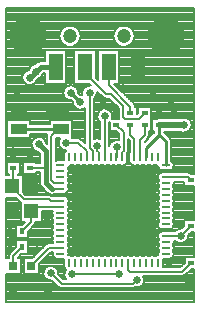
<source format=gtl>
%FSLAX44Y44*%
%MOMM*%
G71*
G01*
G75*
%ADD10C,0.2032*%
%ADD11R,1.2000X2.2500*%
%ADD12R,0.5200X0.4200*%
%ADD13R,0.4200X0.5200*%
%ADD14R,7.1500X7.1500*%
%ADD15O,0.7620X0.2286*%
%ADD16O,0.2286X0.7620*%
%ADD17R,0.6604X0.7112*%
%ADD18R,1.1430X1.2700*%
%ADD19R,1.3208X0.9652*%
%ADD20C,0.3810*%
%ADD21C,0.1524*%
%ADD22C,0.2540*%
%ADD23C,0.5080*%
%ADD24C,1.2000*%
%ADD25C,3.2000*%
%ADD26C,0.6604*%
D10*
X2573496Y2072988D02*
X2573493Y2072991D01*
X2574610Y2070296D02*
X2573494Y2072990D01*
X2574610Y2070296D02*
X2573496Y2072988D01*
X2574394Y2129931D02*
X2574028Y2132481D01*
X2572958Y2134823D01*
X2571271Y2136770D01*
X2569105Y2138162D01*
X2566634Y2138887D01*
X2564059D01*
X2561588Y2138162D01*
X2559421Y2136770D01*
X2557735Y2134823D01*
X2556665Y2132481D01*
X2556298Y2129931D01*
X2556665Y2127382D01*
X2557735Y2125040D01*
X2559421Y2123094D01*
X2561588Y2121701D01*
X2564059Y2120976D01*
X2566634D01*
X2569105Y2121701D01*
X2571271Y2123094D01*
X2572958Y2125040D01*
X2574028Y2127382D01*
X2574394Y2129931D01*
X2574028Y2132481D01*
X2572958Y2134823D01*
X2571271Y2136770D01*
X2569105Y2138162D01*
X2566634Y2138887D01*
X2564059D01*
X2561588Y2138162D01*
X2559421Y2136770D01*
X2557735Y2134823D01*
X2556665Y2132481D01*
X2556298Y2129931D01*
X2556665Y2127382D01*
X2557735Y2125040D01*
X2559421Y2123094D01*
X2561588Y2121701D01*
X2564059Y2120976D01*
X2566634D01*
X2569105Y2121701D01*
X2571271Y2123094D01*
X2572958Y2125040D01*
X2574028Y2127382D01*
X2574394Y2129931D01*
X2622870Y2054494D02*
X2622382Y2056935D01*
X2620992Y2059002D01*
X2618915Y2060375D01*
X2616469Y2060843D01*
X2614032Y2060336D01*
X2595184D02*
X2593011Y2059895D01*
X2613075Y2049160D02*
X2615605Y2048210D01*
X2618301Y2048398D01*
X2620674Y2049691D01*
X2622295Y2051853D01*
X2622870Y2054494D01*
X2605294Y2040827D02*
X2604025Y2043885D01*
X2605294Y2040827D02*
X2604030Y2043881D01*
X2585684Y2043415D02*
X2586798Y2046107D01*
X2585682Y2043413D02*
X2586798Y2046107D01*
X2585681Y2043412D02*
X2585684Y2043415D01*
X2547278Y2078215D02*
X2549972Y2077099D01*
X2547277Y2078217D02*
X2547280Y2078214D01*
X2549972Y2077099D01*
X2542606Y2081926D02*
X2542519Y2082975D01*
X2540066Y2076846D02*
X2541936Y2079086D01*
X2542606Y2081926D01*
X2537305Y2088188D02*
X2534758Y2088096D01*
X2532453Y2087010D01*
X2530760Y2085105D01*
X2529952Y2082688D01*
X2530160Y2080148D01*
X2522037Y2074290D02*
X2522409Y2071897D01*
X2523650Y2069817D01*
X2525580Y2068353D01*
X2527918Y2067719D01*
X2530323Y2068006D01*
X2532446Y2069172D01*
X2526600Y2081941D02*
X2526604Y2082180D01*
X2530160Y2080148D02*
X2528143Y2080397D01*
X2560894Y2061606D02*
X2561183Y2060149D01*
X2560894Y2061606D02*
X2561183Y2060149D01*
X2555560Y2062368D02*
X2555048Y2064866D01*
X2553595Y2066961D01*
X2551435Y2068315D01*
X2548916Y2068711D01*
X2546444Y2068083D01*
X2544419Y2066534D01*
X2543166Y2064314D01*
X2542888Y2061779D01*
X2543629Y2059339D01*
X2545270Y2057388D01*
X2555160Y2060149D02*
X2555560Y2062368D01*
X2552890Y2057193D02*
X2553214Y2057439D01*
X2545270Y2043096D02*
X2542650Y2043568D01*
X2540066Y2042924D01*
X2529551Y2042203D02*
X2526858Y2043318D01*
X2529552Y2042202D02*
X2526858Y2043318D01*
X2529554Y2042200D02*
X2529551Y2042203D01*
X2622325Y2013440D02*
X2619448Y2014634D01*
X2622321Y2013443D02*
X2619448Y2014634D01*
X2607834Y2005569D02*
X2607729Y2006506D01*
X2607834Y2020570D02*
X2607142Y2022877D01*
X2605294Y2024422D01*
X2603643Y2016379D02*
X2605739Y2016940D01*
X2607273Y2018474D01*
X2607834Y2020570D01*
Y2000570D02*
X2607007Y2003070D01*
X2607007Y1998070D02*
X2607834Y2000570D01*
Y1995570D02*
X2607007Y1998070D01*
X2607007Y2003070D02*
X2607834Y2005569D01*
X2607007Y1993070D02*
X2607834Y1995570D01*
Y1990570D02*
X2607007Y1993070D01*
X2607007Y1988070D02*
X2607834Y1990570D01*
Y1985570D02*
X2607007Y1988070D01*
X2607007Y1983070D02*
X2607834Y1985570D01*
X2607007Y1978070D02*
X2607834Y1980570D01*
X2614134Y1967083D02*
X2611989Y1966942D01*
X2610014Y1966093D01*
X2608435Y1964634D01*
X2619822Y1960768D02*
X2619803Y1961257D01*
X2608765Y1956506D02*
X2610801Y1955007D01*
X2613262Y1954421D01*
X2615756Y1954842D01*
X2617887Y1956204D01*
X2619319Y1958289D01*
X2619822Y1960768D01*
X2617435Y1927846D02*
X2617438Y1927849D01*
X2614742Y1926732D02*
X2617436Y1927847D01*
X2614742Y1926732D02*
X2617435Y1927846D01*
X2607834Y1955570D02*
X2607729Y1956506D01*
X2607007Y1953069D02*
X2607834Y1955570D01*
X2607007Y1948069D02*
X2607834Y1950569D01*
X2607007Y1953069D01*
X2586581Y2021181D02*
X2589081Y2020354D01*
X2591581Y2021181D01*
X2594124Y2020354D01*
X2570270Y2031625D02*
X2569890Y2029879D01*
X2599937Y2016379D02*
X2602016D01*
X2594124Y2020354D02*
X2594754Y2018351D01*
X2596277Y2016905D01*
X2598310Y2016379D01*
X2604667Y2014634D02*
X2603643Y2014761D01*
X2598310D02*
X2596110Y2014137D01*
X2594565Y2012452D01*
X2594134Y2010207D01*
X2594946Y2008070D01*
X2581581Y2021181D02*
X2584081Y2020354D01*
X2586581Y2021181D01*
X2594946Y2008070D02*
X2594119Y2005570D01*
X2594946Y2003070D01*
X2569890Y2024545D02*
X2570513Y2022345D01*
X2572198Y2020800D01*
X2574443Y2020370D01*
X2576581Y2021181D01*
X2579081Y2020354D01*
X2581581Y2021181D01*
X2594946Y1998070D02*
X2594119Y1995570D01*
X2594946Y1993070D01*
X2594119Y1990570D01*
X2594946Y1988070D01*
X2594946Y2003070D02*
X2594119Y2000570D01*
X2594946Y1998070D01*
X2568271Y2029879D02*
X2568216Y2030559D01*
X2569022Y2032903D01*
X2568216Y2030559D02*
X2569022Y2032903D01*
X2561402Y2041622D02*
X2558691Y2042033D01*
X2556059Y2041263D01*
X2553997Y2039455D01*
X2552890Y2036946D01*
X2556580Y2021181D02*
X2559080Y2020354D01*
X2561580Y2021181D01*
X2563718Y2020370D01*
X2565963Y2020800D01*
X2567648Y2022345D01*
X2568271Y2024545D01*
X2546580Y2021181D02*
X2549080Y2020354D01*
X2551580Y2021181D01*
X2554080Y2020354D01*
X2556580Y2021181D01*
X2536580D02*
X2539080Y2020354D01*
X2541580Y2021181D01*
X2544080Y2020354D01*
X2546580Y2021181D01*
X2526580D02*
X2529080Y2020354D01*
X2531580Y2021181D01*
X2534080Y2020354D01*
X2536580Y2021181D01*
X2543876Y1995824D02*
X2543149Y1998063D01*
X2541244Y1999447D01*
X2538889D01*
X2536984Y1998063D01*
X2536256Y1995824D01*
X2607834Y1980570D02*
X2607007Y1983070D01*
Y1973070D02*
X2607834Y1975570D01*
X2607007Y1978070D01*
X2607834Y1970570D02*
X2607007Y1973070D01*
X2603643Y1966379D02*
X2605739Y1966940D01*
X2607273Y1968474D01*
X2607834Y1970570D01*
X2604667Y1964634D02*
X2603643Y1964761D01*
X2594946Y1978070D02*
X2594119Y1975570D01*
X2594946Y1973070D01*
X2594134Y1970932D01*
X2594565Y1968687D01*
X2596110Y1967002D01*
X2598310Y1966379D01*
X2594946Y1988070D02*
X2594119Y1985570D01*
X2594946Y1983070D01*
X2594119Y1980570D01*
X2594946Y1978070D01*
X2598310Y1964761D02*
X2596110Y1964137D01*
X2594565Y1962452D01*
X2594134Y1960207D01*
X2594946Y1958070D01*
X2594119Y1955570D01*
X2594946Y1953069D01*
X2607834Y1945570D02*
X2607007Y1948069D01*
X2603643Y1941379D02*
X2605739Y1941940D01*
X2607273Y1943474D01*
X2607834Y1945570D01*
X2598194Y1941380D02*
X2598310Y1941379D01*
X2598271Y1940579D02*
X2598194Y1941380D01*
X2598175Y1934352D02*
X2598271Y1935245D01*
X2594946Y1953069D02*
X2594119Y1950570D01*
X2594946Y1948069D01*
X2594196Y1944768D01*
X2594196Y1944768D02*
X2591581Y1943942D01*
X2589081Y1944770D01*
X2586581Y1943942D01*
X2584081Y1944770D01*
X2581581Y1943942D01*
X2582738Y1923430D02*
X2581812Y1926732D01*
X2581581Y1943942D02*
X2579081Y1944770D01*
X2576581Y1943942D01*
X2563942Y1982865D02*
X2562826Y1985560D01*
X2560132Y1986676D01*
Y1979055D02*
X2562826Y1980171D01*
X2563942Y1982865D01*
X2536256D02*
X2537372Y1980171D01*
X2540066Y1979055D01*
X2536256Y1982865D02*
X2537372Y1980171D01*
X2540066Y1979055D01*
X2571580Y1943942D02*
X2569080Y1944770D01*
X2566580Y1943942D01*
X2576581Y1943942D02*
X2574081Y1944770D01*
X2571580Y1943942D01*
X2561580D02*
X2559080Y1944770D01*
X2556580Y1943942D01*
X2566580D02*
X2564080Y1944770D01*
X2561580Y1943942D01*
X2575461Y1917148D02*
X2578160Y1917332D01*
X2580537Y1918622D01*
X2582162Y1920786D01*
X2582738Y1923430D01*
X2573086Y1916317D02*
X2575461Y1917148D01*
X2573086Y1916317D02*
X2575461Y1917148D01*
X2536580Y1943942D02*
X2534080Y1944770D01*
X2531580Y1943942D01*
X2541580D02*
X2539080Y1944770D01*
X2536580Y1943942D01*
X2531580Y1943942D02*
X2529080Y1944770D01*
X2526580Y1943942D01*
X2551580Y1943942D02*
X2549080Y1944770D01*
X2546580Y1943942D01*
X2556580D02*
X2554080Y1944770D01*
X2551580Y1943942D01*
X2546580Y1943942D02*
X2544080Y1944770D01*
X2541580Y1943942D01*
X2528794Y2129931D02*
X2528428Y2132481D01*
X2527358Y2134823D01*
X2525671Y2136770D01*
X2523505Y2138162D01*
X2521034Y2138887D01*
X2518459D01*
X2515988Y2138162D01*
X2513821Y2136770D01*
X2512135Y2134823D01*
X2511065Y2132481D01*
X2510698Y2129931D01*
X2511065Y2127382D01*
X2512135Y2125040D01*
X2513821Y2123094D01*
X2515988Y2121701D01*
X2518459Y2120976D01*
X2521034D01*
X2523505Y2121701D01*
X2525671Y2123094D01*
X2527358Y2125040D01*
X2528428Y2127382D01*
X2528794Y2129931D01*
X2528428Y2132481D01*
X2527358Y2134823D01*
X2525671Y2136770D01*
X2523505Y2138162D01*
X2521034Y2138887D01*
X2518459D01*
X2515988Y2138162D01*
X2513821Y2136770D01*
X2512135Y2134823D01*
X2511065Y2132481D01*
X2510698Y2129931D01*
X2511065Y2127382D01*
X2512135Y2125040D01*
X2513821Y2123094D01*
X2515988Y2121701D01*
X2518459Y2120976D01*
X2521034D01*
X2523505Y2121701D01*
X2525671Y2123094D01*
X2527358Y2125040D01*
X2528428Y2127382D01*
X2528794Y2129931D01*
X2526604Y2082180D02*
X2526113Y2084628D01*
X2524716Y2086698D01*
X2522629Y2088069D01*
X2520175Y2088529D01*
X2517733Y2088007D01*
X2515680Y2086584D01*
X2514336Y2084480D01*
X2513906Y2082020D01*
X2514458Y2079585D01*
X2515907Y2077551D01*
X2518028Y2076233D01*
X2520493Y2075834D01*
X2521580Y2021181D02*
X2524080Y2020354D01*
X2526580Y2021181D01*
X2521524Y2043318D02*
X2521323Y2043571D01*
X2516470Y2033158D02*
X2514889Y2029879D01*
X2518530Y2020390D02*
X2521580Y2021181D01*
X2518534Y2015569D02*
X2517707Y2018070D01*
X2517707Y2013070D02*
X2518534Y2015569D01*
X2517707Y2018070D02*
X2518530Y2020390D01*
X2518534Y2010570D02*
X2517707Y2013070D01*
Y2003070D02*
X2518534Y2005569D01*
X2517707Y2008070D02*
X2518534Y2010570D01*
Y2005569D02*
X2517707Y2008070D01*
X2518534Y2000570D02*
X2517707Y2003070D01*
X2511565Y2043571D02*
X2510409Y2041483D01*
X2510106Y2039114D01*
X2510699Y2036802D01*
X2512105Y2034872D01*
X2514123Y2033597D01*
X2516470Y2033158D01*
X2514889Y2024725D02*
X2514343Y2024761D01*
Y1996379D02*
X2516439Y1996940D01*
X2517973Y1998474D01*
X2518534Y2000570D01*
X2507985Y1996506D02*
X2509009Y1996379D01*
Y2024761D02*
X2507808Y2024585D01*
X2494816Y2108684D02*
X2492921Y2108307D01*
X2491314Y2107234D01*
X2494816Y2108684D02*
X2492921Y2108307D01*
X2491314Y2107234D01*
X2490352Y2106272D02*
X2487743Y2105384D01*
X2485756Y2103475D01*
X2484765Y2100905D01*
X2491989Y2093680D02*
X2494422Y2094582D01*
X2496290Y2096382D01*
X2497283Y2098778D01*
X2500629Y2047128D02*
X2500188Y2045349D01*
X2500629Y2047128D02*
X2500188Y2045349D01*
X2484765Y2100905D02*
X2482388Y2100037D01*
X2480538Y2098309D01*
X2479510Y2095997D01*
X2479467Y2093466D01*
X2480415Y2091120D01*
X2482205Y2089331D01*
X2484551Y2088382D01*
X2487082Y2088425D01*
X2489394Y2089453D01*
X2491122Y2091303D01*
X2491989Y2093680D01*
X2499642Y2039184D02*
X2498848Y2041635D01*
X2497145Y2043568D01*
X2494814Y2044666D01*
X2492240Y2044747D01*
X2489844Y2043799D01*
X2488023Y2041978D01*
X2487075Y2039582D01*
X2487156Y2037007D01*
X2488254Y2034677D01*
X2490187Y2032974D01*
X2492638Y2032179D01*
X2494219Y2005471D02*
X2494596Y2003576D01*
X2495670Y2001969D01*
X2494219Y2005471D02*
X2494596Y2003576D01*
X2495670Y2001969D01*
X2517707Y1983070D02*
X2518534Y1985570D01*
Y1980570D02*
X2517707Y1983070D01*
X2517707Y1978070D02*
X2518534Y1980570D01*
Y1975570D02*
X2517707Y1978070D01*
X2517707Y1973070D02*
X2518534Y1975570D01*
Y1970570D02*
X2517707Y1973070D01*
Y1963070D02*
X2518534Y1965570D01*
Y1960570D02*
X2517707Y1963070D01*
X2518534Y1955570D02*
X2517707Y1958070D01*
X2518534Y1990570D02*
X2517973Y1992665D01*
X2516439Y1994199D01*
X2514343Y1994761D01*
X2509009D02*
X2507263Y1994380D01*
X2517707Y1988070D02*
X2518534Y1990570D01*
Y1985570D02*
X2517707Y1988070D01*
X2504991Y1981760D02*
X2504883Y1979837D01*
X2505645Y1978070D01*
X2500572Y1997068D02*
X2502512Y1995869D01*
X2504784Y1995668D01*
X2506905Y1996506D01*
X2517707Y1968070D02*
X2518534Y1970570D01*
Y1965570D02*
X2517707Y1968070D01*
X2505645Y1978070D02*
X2504818Y1975570D01*
X2505645Y1973070D01*
X2504818Y1970570D01*
X2505645Y1968070D01*
X2505645Y1963070D02*
X2504818Y1960570D01*
X2505645Y1958070D01*
X2517707D02*
X2518534Y1960570D01*
X2505645Y1968070D02*
X2504818Y1965570D01*
X2505645Y1963070D01*
X2505645Y1958070D02*
X2504883Y1956302D01*
X2504991Y1954379D01*
X2517707Y1948069D02*
X2518534Y1950569D01*
Y1945570D02*
X2517707Y1948069D01*
X2517707Y1953069D02*
X2518534Y1955570D01*
Y1950569D02*
X2517707Y1953069D01*
X2518447Y1944722D02*
X2518534Y1945570D01*
X2526580Y1943942D02*
X2524080Y1944770D01*
X2521580Y1943942D01*
X2518447Y1944722D01*
X2514889Y1935245D02*
X2516254Y1932150D01*
X2515219Y1930182D01*
X2514926Y1927977D01*
X2515411Y1925807D01*
X2516614Y1923938D01*
X2514343Y1941379D02*
X2514976Y1941427D01*
X2514889Y1940579D01*
X2509940Y1917433D02*
X2512634Y1916317D01*
X2509942Y1917432D02*
X2512634Y1916317D01*
X2504991Y1946759D02*
X2505047Y1944205D01*
X2506576Y1942158D01*
X2509009Y1941379D01*
X2509776Y1928374D02*
X2509840Y1929272D01*
X2509328Y1931771D01*
X2507873Y1933867D01*
X2505711Y1935221D01*
X2503190Y1935614D01*
X2500718Y1934984D01*
X2498693Y1933432D01*
X2497443Y1931208D01*
X2497169Y1928672D01*
X2497915Y1926232D01*
X2499561Y1924283D01*
X2501842Y1923139D01*
X2504388Y1922985D01*
X2509939Y1917435D02*
X2509942Y1917432D01*
X2504662Y1994702D02*
X2504659Y1994705D01*
X2501966Y1995820D01*
X2504660Y1994704D02*
X2501966Y1995820D01*
X2477684Y1989314D02*
X2478192Y1988888D01*
X2477681Y1989317D02*
X2477684Y1989314D01*
X2477682Y1989315D02*
X2478192Y1988888D01*
X2489650Y1969988D02*
X2490748Y1972325D01*
X2489649Y1969986D02*
X2490748Y1972325D01*
X2489647Y1969984D02*
X2489650Y1969988D01*
X2501674Y1954379D02*
X2498982Y1953265D01*
X2501674Y1954379D02*
X2498980Y1953264D01*
X2498982Y1953265D02*
X2498978Y1953262D01*
X2468794Y1946699D02*
X2468791Y1946696D01*
X2468792Y1946698D02*
X2467676Y1944003D01*
X2468791Y1946696D02*
X2467676Y1944003D01*
X2573553Y2133741D02*
X2624775D01*
X2574192Y2131837D02*
X2624775D01*
X2570225Y2137552D02*
X2624775D01*
X2572361Y2135647D02*
X2624775D01*
X2574394Y2129931D02*
X2624775D01*
X2574192Y2128026D02*
X2624775D01*
X2573553Y2126122D02*
X2624775D01*
X2572361Y2124216D02*
X2624775D01*
X2573493Y2072991D02*
X2573494Y2072990D01*
X2570225Y2122312D02*
X2624775D01*
X2571797Y2074686D02*
X2624775D01*
X2573494Y2072990D02*
X2573496Y2072988D01*
X2573688Y2072782D02*
X2624775D01*
X2577344Y2070055D02*
X2588640D01*
Y2059760D02*
Y2070055D01*
X2574566Y2070876D02*
X2624775D01*
X2576448Y2068972D02*
X2577344D01*
X2588640Y2067066D02*
X2624775D01*
X2588640Y2065161D02*
X2624775D01*
X2588640Y2068972D02*
X2624775D01*
X2574610Y2070055D02*
Y2070296D01*
X2577344Y2064648D02*
Y2070055D01*
X2576448Y2067066D02*
X2577344D01*
X2576448Y2063752D02*
Y2070055D01*
X2574610D02*
X2576448D01*
X2561594Y2112787D02*
X2624775D01*
X2561594Y2110882D02*
X2624775D01*
X2561594Y2116597D02*
X2624775D01*
X2561594Y2114691D02*
X2624775D01*
X2561594Y2107072D02*
X2624775D01*
X2561594Y2099451D02*
X2624775D01*
X2561594Y2108976D02*
X2624775D01*
X2561594Y2105166D02*
X2624775D01*
X2543498Y2118029D02*
X2561594D01*
Y2101357D02*
X2624775D01*
X2561594Y2097547D02*
X2624775D01*
X2561594Y2103262D02*
X2624775D01*
X2561594Y2091832D02*
X2624775D01*
X2561594Y2089926D02*
X2624775D01*
X2561594Y2095641D02*
X2624775D01*
X2561594Y2093737D02*
X2624775D01*
X2560367Y2086116D02*
X2624775D01*
X2566082Y2080401D02*
X2624775D01*
X2558463Y2088022D02*
X2624775D01*
X2561594Y2089433D02*
Y2118029D01*
X2562273Y2084211D02*
X2624775D01*
X2557051Y2089433D02*
X2561594D01*
X2557051D02*
X2573493Y2072991D01*
X2567987Y2078497D02*
X2624775D01*
X2569893Y2076591D02*
X2624775D01*
X2564178Y2082307D02*
X2624775D01*
X2620494Y2059447D02*
X2624775D01*
X2622091Y2057542D02*
X2624775D01*
X2588640Y2063257D02*
X2624775D01*
X2588640Y2061351D02*
X2624775D01*
X2622766Y2055636D02*
X2624775D01*
X2622283Y2051826D02*
X2624775D01*
X2620927Y2049922D02*
X2624775D01*
X2607376Y2060336D02*
X2614032D01*
X2595184D02*
X2607376D01*
X2589536Y2059895D02*
X2593011D01*
X2622824Y2053732D02*
X2624775D01*
X2589536Y2049600D02*
Y2059895D01*
X2607376Y2049160D02*
X2613075D01*
X2599502D02*
X2607376D01*
X2599894Y2048017D02*
X2624775D01*
X2603704Y2044207D02*
X2624775D01*
X2605035Y2042301D02*
X2624775D01*
X2601799Y2046111D02*
X2624775D01*
X2599502Y2048408D02*
Y2049160D01*
Y2048408D02*
X2604025Y2043885D01*
X2589536Y2049600D02*
X2590866D01*
Y2048408D02*
Y2049600D01*
X2604025Y2043885D02*
X2604030Y2043881D01*
X2588636Y2055636D02*
X2589536D01*
X2588636Y2053732D02*
X2589536D01*
X2588636Y2059447D02*
X2589536D01*
X2588636Y2057542D02*
X2589536D01*
X2588636Y2051826D02*
X2589536D01*
X2588636Y2049922D02*
X2589536D01*
X2586798Y2048017D02*
X2590475D01*
X2588636Y2059760D02*
Y2060051D01*
Y2059760D02*
X2588640D01*
X2576448Y2065161D02*
X2577344D01*
X2576448Y2063752D02*
X2577344Y2064648D01*
X2586798Y2049756D02*
X2588636D01*
Y2059760D01*
X2586798Y2046111D02*
X2588570D01*
X2586798Y2046107D02*
Y2049756D01*
X2582891Y2040432D02*
X2590866Y2048408D01*
X2586290Y2044207D02*
X2586665D01*
X2585682Y2043413D02*
X2585684Y2043415D01*
X2585681Y2043412D02*
X2585682Y2043413D01*
X2584570Y2042301D02*
X2584760D01*
X2569022Y2042501D02*
X2570270Y2041253D01*
X2582891Y2040622D02*
X2585681Y2043412D01*
X2569022Y2042301D02*
X2569222D01*
X2582891Y2040432D02*
Y2040622D01*
X2569022Y2040397D02*
X2570270D01*
X2541594Y2112787D02*
X2543498D01*
X2541594Y2110882D02*
X2543498D01*
X2541594Y2116597D02*
X2543498D01*
X2541594Y2114691D02*
X2543498D01*
X2541594Y2107072D02*
X2543498D01*
X2541594Y2105166D02*
X2543498D01*
X2541594Y2108976D02*
X2543498D01*
X2541594Y2101357D02*
X2543498D01*
X2541594Y2099451D02*
X2543498D01*
X2541594Y2103262D02*
X2543498D01*
X2541594Y2094676D02*
Y2118029D01*
Y2095641D02*
X2543498D01*
X2542533Y2093737D02*
X2543498D01*
X2541594Y2097547D02*
X2543498D01*
X2547278Y2078215D02*
X2547280Y2078214D01*
X2547277Y2078217D02*
X2547278Y2078215D01*
X2549972Y2077099D02*
X2552966D01*
X2560894Y2069171D01*
X2543498Y2092772D02*
Y2118029D01*
X2542519Y2082975D02*
X2547277Y2078217D01*
X2541594Y2094676D02*
X2543498Y2092772D01*
X2542595Y2082307D02*
X2543187D01*
X2542421Y2080401D02*
X2545092D01*
X2541601Y2078497D02*
X2546997D01*
X2527953Y2133741D02*
X2557140D01*
X2528591Y2128026D02*
X2556501D01*
X2524625Y2137552D02*
X2560468D01*
X2526761Y2135647D02*
X2558332D01*
X2527953Y2126122D02*
X2557140D01*
X2526761Y2124216D02*
X2558332D01*
X2524625Y2122312D02*
X2560468D01*
X2528591Y2131837D02*
X2556501D01*
X2528794Y2129931D02*
X2556298D01*
X2523498Y2118029D02*
X2541594D01*
X2523498Y2089433D02*
Y2118029D01*
Y2089433D02*
X2536060D01*
X2537305Y2088188D01*
X2522743Y2088022D02*
X2534478D01*
X2540066Y2042924D02*
Y2076846D01*
X2525237Y2086116D02*
X2531486D01*
X2540066Y2076591D02*
X2553474D01*
X2540066Y2074686D02*
X2555379D01*
X2526603Y2082307D02*
X2529918D01*
X2526600Y2081941D02*
X2528143Y2080397D01*
X2526270Y2084211D02*
X2530332D01*
X2528382Y2080401D02*
X2530092D01*
X2528139D02*
X2528382D01*
X2555498Y2063257D02*
X2560894D01*
X2553481Y2067066D02*
X2560894D01*
X2554913Y2065161D02*
X2560894D01*
X2555478Y2061351D02*
X2560903D01*
X2555160Y2060149D02*
X2561183D01*
X2560894Y2061606D02*
Y2069171D01*
X2540066Y2067066D02*
X2544939D01*
X2540066Y2065161D02*
X2543508D01*
X2540066Y2063257D02*
X2542923D01*
X2540066Y2057542D02*
X2545083D01*
X2558622Y2049854D02*
X2561402Y2047073D01*
Y2041622D02*
Y2047073D01*
X2553214Y2049854D02*
X2558622D01*
X2552890Y2048017D02*
X2560459D01*
X2552890Y2044207D02*
X2561402D01*
X2552890Y2042301D02*
X2561402D01*
X2552890Y2046111D02*
X2561402D01*
X2553214Y2049854D02*
Y2057439D01*
X2552890Y2055636D02*
X2553214D01*
X2545270Y2043096D02*
Y2057388D01*
X2552890Y2051826D02*
X2553214D01*
X2552890Y2049922D02*
X2553214D01*
X2552890Y2053732D02*
X2553214D01*
X2540066Y2068972D02*
X2560894D01*
X2540066Y2055636D02*
X2545270D01*
X2540066Y2072782D02*
X2557284D01*
X2540066Y2070876D02*
X2559189D01*
X2540066Y2051826D02*
X2545270D01*
X2540066Y2049922D02*
X2545270D01*
X2540066Y2053732D02*
X2545270D01*
X2540066Y2061351D02*
X2542942D01*
X2540066Y2059447D02*
X2543572D01*
X2532192Y2068972D02*
X2532446D01*
X2521778Y2057542D02*
X2532446D01*
X2521778Y2051826D02*
X2532446D01*
X2521778Y2049922D02*
X2532446D01*
X2521778Y2055636D02*
X2532446D01*
X2540066Y2048017D02*
X2545270D01*
X2540066Y2046111D02*
X2545270D01*
X2521778Y2048017D02*
X2532446D01*
X2521778Y2046111D02*
X2532446D01*
X2540066Y2044207D02*
X2545270D01*
X2521778D02*
X2532446D01*
X2529449Y2042301D02*
X2532446D01*
X2521778Y2043571D02*
Y2059319D01*
X2529551Y2042203D02*
X2529552Y2042202D01*
X2529554Y2042200D01*
X2624775Y2013315D02*
Y2153427D01*
X2607762Y2021346D02*
X2624775D01*
X2607680Y2019442D02*
X2624775D01*
X2622325Y2013440D02*
X2622450Y2013315D01*
X2624775D01*
X2622007Y2013727D02*
X2624775D01*
X2622321Y2013443D02*
X2622325Y2013440D01*
X2616456Y2003020D02*
Y2006506D01*
X2607729D02*
X2616456D01*
X2607800Y2006107D02*
X2616456D01*
X2607605Y2004202D02*
X2616456D01*
Y2003020D02*
X2624775D01*
X2607831Y2000392D02*
X2624775D01*
X2607462Y2002296D02*
X2624775D01*
X2607711Y1996582D02*
X2624775D01*
X2607738Y1994677D02*
X2624775D01*
X2607824Y1990867D02*
X2624775D01*
X2607514Y1988961D02*
X2624775D01*
X2607814Y1985152D02*
X2624775D01*
Y1974453D02*
Y2003020D01*
X2607562Y1987056D02*
X2624775D01*
X2607763Y1981342D02*
X2624775D01*
X2607834Y1975627D02*
X2624775D01*
X2616456Y1969405D02*
Y1974453D01*
X2607678Y1979436D02*
X2624775D01*
X2605294Y2036586D02*
X2624775D01*
X2605294Y2034682D02*
X2624775D01*
X2605294Y2040397D02*
X2624775D01*
X2605294Y2038492D02*
X2624775D01*
X2605294Y2030871D02*
X2624775D01*
X2605294Y2028967D02*
X2624775D01*
X2605294Y2032776D02*
X2624775D01*
X2606864Y2023251D02*
X2624775D01*
X2605294Y2027061D02*
X2624775D01*
X2605294Y2025157D02*
X2624775D01*
X2606536Y2017536D02*
X2624775D01*
X2604667Y2014634D02*
X2619448D01*
X2607280Y1998486D02*
X2624775D01*
X2607209Y1992771D02*
X2624775D01*
X2607347Y1977531D02*
X2624775D01*
X2607132Y1983246D02*
X2624775D01*
X2622704Y1964158D02*
X2624775D01*
X2620838Y1962292D02*
X2624775D01*
X2619811Y1960387D02*
X2624775D01*
X2619396Y1958481D02*
X2624775D01*
X2618243Y1956577D02*
X2624775D01*
X2616714Y1943309D02*
X2624775D01*
X2607824Y1950862D02*
X2624775D01*
X2616456Y1974453D02*
X2624775D01*
X2619803Y1961257D02*
X2622704Y1964158D01*
X2614134Y1967083D02*
X2616456Y1969405D01*
X2615250Y1954671D02*
X2624775D01*
Y1943309D02*
Y1964158D01*
Y1904507D02*
Y1933014D01*
X2622603D02*
X2624775D01*
X2617438Y1927849D02*
X2622603Y1933014D01*
X2621400Y1931812D02*
X2624775D01*
X2619496Y1929906D02*
X2624775D01*
X2617590Y1928002D02*
X2624775D01*
X2617436Y1927847D02*
X2617438Y1927849D01*
X2616714Y1937902D02*
Y1943309D01*
X2613164Y1934352D02*
X2616714Y1937902D01*
X2617435Y1927846D02*
X2617436Y1927847D01*
X2607645Y1971817D02*
X2616456D01*
X2607782Y1969911D02*
X2616456D01*
X2607405Y1973721D02*
X2616456D01*
X2606959Y1968006D02*
X2615058D01*
X2607512Y1948956D02*
X2624775D01*
X2607564Y1947052D02*
X2624775D01*
X2607213Y1952767D02*
X2624775D01*
X2607729Y1956506D02*
X2608765D01*
X2604667Y1964634D02*
X2608435D01*
X2607737Y1954671D02*
X2611694D01*
X2607813Y1945146D02*
X2624775D01*
X2582692Y1924191D02*
X2624775D01*
X2582151Y1926096D02*
X2624775D01*
X2582635Y1922287D02*
X2624775D01*
X2581959Y1920381D02*
X2624775D01*
X2580362Y1918477D02*
X2624775D01*
X2574454Y1916572D02*
X2624775D01*
X2607128Y1943241D02*
X2616714D01*
X2598271Y1939431D02*
X2616714D01*
X2598202Y1941337D02*
X2616714D01*
X2598271Y1937527D02*
X2616339D01*
X2598271Y1935621D02*
X2614434D01*
X2598175Y1934352D02*
X2613164D01*
X2581812Y1926732D02*
X2614742D01*
X2570270Y2031625D02*
Y2041253D01*
X2605294Y2024422D02*
Y2040827D01*
X2569022Y2038492D02*
X2570270D01*
X2569020Y2032776D02*
X2570270D01*
X2569022Y2036586D02*
X2570270D01*
X2569022Y2032903D02*
Y2042501D01*
Y2034682D02*
X2570270D01*
X2568435Y2030871D02*
X2570009D01*
X2568271Y2028967D02*
X2569890D01*
Y2024545D02*
Y2029879D01*
X2568271Y2025157D02*
X2569890D01*
X2602016Y2016379D02*
X2603643D01*
X2598310D02*
X2599937D01*
X2598310Y2014761D02*
X2603643D01*
X2568271Y2024545D02*
Y2029879D01*
Y2027061D02*
X2569890D01*
X2568067Y2023251D02*
X2570094D01*
X2566789Y2021346D02*
X2571372D01*
X2552890Y2036946D02*
Y2057193D01*
X2529554Y2042200D02*
X2532446Y2039308D01*
Y2069172D01*
X2552890Y2040397D02*
X2554845D01*
X2552890Y2038492D02*
X2553414D01*
X2531357Y2040397D02*
X2532446D01*
X2543800Y1996582D02*
X2594243D01*
X2543876Y1994677D02*
X2594215D01*
X2542791Y1998486D02*
X2594673D01*
X2543876Y1986676D02*
Y1995824D01*
X2536256Y1982865D02*
Y1995824D01*
X2598310Y1966379D02*
X2603643D01*
X2598310Y1964761D02*
X2603643D01*
X2598310Y1941379D02*
X2603643D01*
X2598271Y1935245D02*
Y1940579D01*
X2543876Y1987056D02*
X2594391D01*
X2563180Y1985152D02*
X2594139D01*
X2543876Y1992771D02*
X2594743D01*
X2543876Y1988961D02*
X2594439D01*
X2563923Y1983246D02*
X2594821D01*
X2563624Y1981342D02*
X2594190D01*
X2561793Y1979436D02*
X2594275D01*
X2543876Y1990867D02*
X2594129D01*
X2543876Y1986676D02*
X2560132D01*
X2540066Y1979055D02*
X2560132D01*
X2516594Y2116597D02*
X2523498D01*
X2516594Y2114691D02*
X2523498D01*
X2516594Y2110882D02*
X2523498D01*
X2516594Y2108976D02*
X2523498D01*
X2516594Y2112787D02*
X2523498D01*
X2465517Y2133741D02*
X2511539D01*
X2465517Y2131837D02*
X2510901D01*
X2465517Y2137552D02*
X2514868D01*
X2465517Y2135647D02*
X2512732D01*
X2465517Y2126122D02*
X2511539D01*
X2498498Y2118029D02*
X2516594D01*
X2465517Y2129931D02*
X2510698D01*
X2516594Y2103262D02*
X2523498D01*
X2516594Y2101357D02*
X2523498D01*
X2516594Y2107072D02*
X2523498D01*
X2516594Y2105166D02*
X2523498D01*
X2516594Y2099451D02*
X2523498D01*
X2516594Y2097547D02*
X2523498D01*
X2516594Y2093737D02*
X2523498D01*
X2516594Y2091832D02*
X2523498D01*
X2516594Y2095641D02*
X2523498D01*
X2516594Y2089433D02*
Y2118029D01*
Y2089926D02*
X2523498D01*
X2520493Y2075834D02*
X2522037Y2074290D01*
X2498498Y2089433D02*
X2516594D01*
X2465517Y2150887D02*
X2624775D01*
X2465517Y2148981D02*
X2624775D01*
X2465517Y2153427D02*
X2624775D01*
X2465517Y2152791D02*
X2624775D01*
X2465517Y2145172D02*
X2624775D01*
X2465517Y2143266D02*
X2624775D01*
X2465517Y2147077D02*
X2624775D01*
X2465517Y2128026D02*
X2510901D01*
X2465517Y2124216D02*
X2512732D01*
X2465517Y2141362D02*
X2624775D01*
X2465517Y2139456D02*
X2624775D01*
X2465517Y2120406D02*
X2624775D01*
X2465517Y2118501D02*
X2624775D01*
X2465517Y2122312D02*
X2514868D01*
X2465517Y2070876D02*
X2522883D01*
X2465517Y2068972D02*
X2524572D01*
X2465517Y2074686D02*
X2521641D01*
X2465517Y2072782D02*
X2522160D01*
X2465517Y2065161D02*
X2532446D01*
X2465517Y2063257D02*
X2532446D01*
X2465517Y2067066D02*
X2532446D01*
X2465517Y2084211D02*
X2514238D01*
X2465517Y2082307D02*
X2513905D01*
X2465517Y2088022D02*
X2517766D01*
X2465517Y2086116D02*
X2515272D01*
X2465517Y2078497D02*
X2515081D01*
X2465517Y2076591D02*
X2517238D01*
X2465517Y2080401D02*
X2514158D01*
X2521778Y2053732D02*
X2532446D01*
X2521524Y2043318D02*
X2526858D01*
X2518379Y2019442D02*
X2594273D01*
X2518534Y2015632D02*
X2624775D01*
X2518107Y2013727D02*
X2595553D01*
X2518044Y2017536D02*
X2595417D01*
X2521323Y2043571D02*
X2521778D01*
X2518483Y2009917D02*
X2594170D01*
X2518500Y2006107D02*
X2594153D01*
X2518343Y2011821D02*
X2594310D01*
X2517749Y2008011D02*
X2594903D01*
X2518305Y2004202D02*
X2594348D01*
X2518530Y2000392D02*
X2594122D01*
X2518162Y2002296D02*
X2594491D01*
X2517980Y1998486D02*
X2537341D01*
X2515631Y1996582D02*
X2536332D01*
X2502474Y2059319D02*
X2521778D01*
X2465517Y2061351D02*
X2532446D01*
X2465517Y2059447D02*
X2532446D01*
X2507808Y2034682D02*
X2512317D01*
X2507808Y2032776D02*
X2516052D01*
X2507808Y2043571D02*
X2511565D01*
X2502474Y2055764D02*
Y2059319D01*
X2507808Y2042301D02*
X2510742D01*
X2485837Y2057542D02*
X2502474D01*
X2485837Y2055764D02*
X2502474D01*
X2507808Y2038492D02*
X2510176D01*
X2507808Y2036586D02*
X2510806D01*
X2507808Y2040397D02*
X2510157D01*
X2507808Y2030871D02*
X2515009D01*
X2514889Y2024725D02*
Y2029879D01*
X2507808Y2028967D02*
X2514889D01*
X2507808Y2027061D02*
X2514889D01*
X2507808Y2025157D02*
X2514889D01*
X2509009Y2024761D02*
X2514343D01*
X2507808Y2024585D02*
Y2043571D01*
X2506905Y1996506D02*
X2507985D01*
X2509009Y1996379D02*
X2514343D01*
X2481954Y1995820D02*
X2501966D01*
X2498498Y2108684D02*
Y2118029D01*
Y2089433D02*
Y2098778D01*
X2494816Y2108684D02*
X2498498D01*
X2497283Y2098778D02*
X2498498D01*
X2496918Y2097547D02*
X2498498D01*
X2495700Y2095641D02*
X2498498D01*
X2489981Y2089926D02*
X2498498D01*
X2490352Y2106272D02*
X2491314Y2107234D01*
X2492308Y2093737D02*
X2498498D01*
X2491413Y2091832D02*
X2498498D01*
X2485837Y2047128D02*
X2500629D01*
X2485837Y2046111D02*
X2500265D01*
X2499388Y2040397D02*
X2500188D01*
Y2038638D02*
Y2045349D01*
X2498410Y2042301D02*
X2500188D01*
X2485837Y2055764D02*
Y2059319D01*
Y2043571D02*
Y2047128D01*
X2466533Y2059319D02*
X2485837D01*
X2496098Y2044207D02*
X2500188D01*
X2485837D02*
X2490562D01*
X2465517Y2112787D02*
X2498498D01*
X2465517Y2110882D02*
X2498498D01*
X2465517Y2116597D02*
X2498498D01*
X2465517Y2114691D02*
X2498498D01*
X2465517Y2107072D02*
X2491152D01*
X2465517Y2105166D02*
X2487410D01*
X2465517Y2108976D02*
X2498498D01*
X2465517Y2099451D02*
X2481583D01*
X2465517Y2097547D02*
X2480072D01*
X2465517Y2103262D02*
X2485620D01*
X2465517Y2101357D02*
X2484850D01*
X2465517Y2093737D02*
X2479423D01*
X2465517Y2091832D02*
X2480008D01*
X2465517Y2095641D02*
X2479442D01*
X2465517Y2053732D02*
X2466533D01*
X2465517Y2051826D02*
X2466533D01*
X2465517Y2089926D02*
X2481439D01*
X2465517Y2057542D02*
X2466533D01*
Y2043571D02*
X2485837D01*
X2465517Y2042301D02*
X2488250D01*
X2465517Y2040397D02*
X2487273D01*
X2466533Y2043571D02*
Y2059319D01*
X2465517Y2012076D02*
Y2153427D01*
Y2055636D02*
X2466533D01*
X2465517Y2049922D02*
X2466533D01*
X2465517Y2046111D02*
X2466533D01*
X2465517Y2044207D02*
X2466533D01*
X2465517Y2048017D02*
X2466533D01*
X2499642Y2039184D02*
X2500188Y2038638D01*
X2494219Y2022646D02*
Y2030598D01*
X2492638Y2032179D02*
X2494219Y2030598D01*
X2491354Y2023251D02*
X2494219D01*
X2491354Y2014518D02*
X2494219D01*
X2491354Y2013727D02*
X2494219D01*
X2491354Y2022646D02*
X2494219D01*
X2480058Y2023475D02*
X2491354D01*
Y2022646D02*
Y2023475D01*
X2477388Y2021346D02*
X2480058D01*
Y2013179D02*
Y2023475D01*
Y2013179D02*
X2491354D01*
Y2014518D01*
X2479741Y2011821D02*
X2494219D01*
X2495670Y2001969D02*
X2500572Y1997068D01*
X2479741Y2002296D02*
X2495371D01*
X2479741Y1998486D02*
X2499153D01*
X2481192Y1996582D02*
X2501137D01*
X2479741Y2000392D02*
X2497248D01*
X2494219Y2005471D02*
Y2014518D01*
X2479741Y1998033D02*
Y2012076D01*
Y2009917D02*
X2494219D01*
X2479741Y2008011D02*
X2494219D01*
X2479741Y2004202D02*
X2494385D01*
X2479741Y1998033D02*
X2481954Y1995820D01*
X2479741Y2006107D02*
X2494219D01*
X2465517Y2032776D02*
X2490562D01*
X2465517Y2030871D02*
X2493946D01*
X2465517Y2036586D02*
X2487273D01*
X2465517Y2034682D02*
X2488250D01*
X2465517Y2027061D02*
X2494219D01*
X2465517Y2025157D02*
X2494219D01*
X2465517Y2028967D02*
X2494219D01*
X2466092Y2023573D02*
X2477388D01*
Y2023251D02*
X2480058D01*
X2465517Y2038492D02*
X2486980D01*
X2465517Y2023251D02*
X2466092D01*
X2465517Y2021346D02*
X2466092D01*
X2477388Y2019442D02*
X2480058D01*
X2465517D02*
X2466092D01*
X2477388Y2015632D02*
X2480058D01*
X2477388Y2013727D02*
X2480058D01*
X2477388Y2017536D02*
X2480058D01*
X2477388Y2013278D02*
Y2023573D01*
X2475550Y2013278D02*
X2477388D01*
X2475550Y2012076D02*
X2479741D01*
X2475550D02*
Y2013278D01*
X2465517Y2017536D02*
X2466092D01*
Y2013278D02*
Y2023573D01*
X2465517Y2015632D02*
X2466092D01*
X2465517Y2013727D02*
X2466092D01*
Y2013278D02*
X2467930D01*
Y2012076D02*
Y2013278D01*
X2465517Y2012076D02*
X2467930D01*
X2518513Y1985152D02*
X2536256D01*
X2518463Y1981342D02*
X2536574D01*
X2518262Y1987056D02*
X2536256D01*
X2517831Y1983246D02*
X2536256D01*
X2518378Y1979436D02*
X2538405D01*
X2518534Y1975627D02*
X2594119D01*
X2518047Y1977531D02*
X2594606D01*
X2518524Y1990867D02*
X2536256D01*
X2518213Y1988961D02*
X2536256D01*
X2517909Y1992771D02*
X2536256D01*
X2518344Y1971817D02*
X2594308D01*
X2518500Y1966102D02*
X2610027D01*
X2518105Y1973721D02*
X2594548D01*
X2517753Y1968006D02*
X2594994D01*
X2518303Y1964196D02*
X2596209D01*
X2518164Y1962292D02*
X2594489D01*
X2517977Y1958481D02*
X2594676D01*
X2518482Y1969911D02*
X2594171D01*
X2518530Y1960387D02*
X2594123D01*
X2515180Y1994677D02*
X2536256D01*
X2509009Y1994761D02*
X2514343D01*
X2504687Y1994677D02*
X2508173D01*
X2504984Y1994380D02*
X2507263D01*
X2504662Y1994702D02*
X2504984Y1994380D01*
X2495718Y1979436D02*
X2504974D01*
X2495718Y1977531D02*
X2505306D01*
X2495718Y1981760D02*
X2504991D01*
X2495718Y1973721D02*
X2505248D01*
X2490666Y1971817D02*
X2505008D01*
X2487669Y1968006D02*
X2505599D01*
X2484000Y1964196D02*
X2505049D01*
X2484000Y1962292D02*
X2505188D01*
X2465517Y1958481D02*
X2505376D01*
X2518437Y1954671D02*
X2594216D01*
X2518524Y1950862D02*
X2594129D01*
X2518411Y1956577D02*
X2594241D01*
X2517912Y1952767D02*
X2594741D01*
X2518263Y1947052D02*
X2594389D01*
X2518513Y1945146D02*
X2594140D01*
X2518211Y1948956D02*
X2594441D01*
X2512053Y1926096D02*
X2515299D01*
X2513958Y1924191D02*
X2516391D01*
X2514212Y1923938D02*
X2516614D01*
X2512634Y1916317D02*
X2573086D01*
X2514889Y1935245D02*
Y1940579D01*
X2510148Y1928002D02*
X2514925D01*
X2509939Y1917435D02*
X2509940Y1917433D01*
X2509942Y1917432D01*
X2497829Y1941337D02*
X2514958D01*
X2503490Y1935621D02*
X2514889D01*
X2495924Y1939431D02*
X2514889D01*
X2494019Y1937527D02*
X2514889D01*
X2509310Y1931812D02*
X2516009D01*
X2509808Y1929906D02*
X2515139D01*
X2508025Y1933716D02*
X2515178D01*
X2503252Y1946759D02*
X2504991D01*
X2501674Y1954379D02*
X2504991D01*
X2499734Y1943241D02*
X2505524D01*
X2509776Y1928374D02*
X2514212Y1923938D01*
X2509009Y1941379D02*
X2514343D01*
X2465517Y1910856D02*
X2624775D01*
X2465517Y1908952D02*
X2624775D01*
X2465517Y1914666D02*
X2624775D01*
X2465517Y1912762D02*
X2624775D01*
X2465517Y1905141D02*
X2624775D01*
X2465517Y1904507D02*
X2624775D01*
X2465517Y1907047D02*
X2624775D01*
X2504388Y1922985D02*
X2509939Y1917435D01*
X2465517Y1922287D02*
X2505087D01*
X2465517Y1920381D02*
X2506992D01*
X2465517Y1918477D02*
X2508897D01*
X2465517Y1916572D02*
X2511266D01*
X2504659Y1994705D02*
X2504660Y1994704D01*
X2504662Y1994702D01*
X2495718Y1981342D02*
X2504890D01*
X2495718Y1975627D02*
X2504819D01*
X2477682Y1989315D02*
X2477684Y1989314D01*
X2490748Y1972325D02*
X2495718D01*
Y1981760D01*
X2478192Y1972325D02*
X2481211D01*
X2489574Y1969911D02*
X2504870D01*
X2485764Y1966102D02*
X2504852D01*
X2484000Y1960387D02*
X2504822D01*
X2484000Y1956577D02*
X2504941D01*
X2489649Y1969986D02*
X2489650Y1969988D01*
X2489647Y1969984D02*
X2489649Y1969986D01*
X2478192Y1972325D02*
Y1988888D01*
X2479112Y1970225D02*
X2481211Y1972325D01*
X2484000Y1958930D02*
Y1964337D01*
Y1945722D02*
Y1957017D01*
Y1964337D02*
X2489647Y1969984D01*
X2465517Y1981342D02*
X2478192D01*
X2465517Y1979436D02*
X2478192D01*
X2465517Y1985152D02*
X2478192D01*
X2465517Y1983246D02*
X2478192D01*
X2465517Y1975627D02*
X2478192D01*
X2465517Y1973721D02*
X2478192D01*
X2465517Y1977531D02*
X2478192D01*
X2465517Y1993280D02*
X2473718D01*
X2477681Y1989317D01*
X2465517Y1992771D02*
X2474226D01*
X2465517Y1990867D02*
X2476131D01*
X2477681Y1989317D02*
X2477682Y1989315D01*
X2465517Y1988961D02*
X2478090D01*
X2465517Y1987056D02*
X2478192D01*
X2465517Y1971817D02*
X2480703D01*
X2473704Y1970225D02*
X2479112D01*
X2465517Y1969911D02*
X2473704D01*
X2465517Y1966102D02*
X2473704D01*
Y1958930D02*
X2484000D01*
X2473704Y1957017D02*
X2484000D01*
X2465517Y1964196D02*
X2473704D01*
Y1958930D02*
Y1970225D01*
X2465517Y1941971D02*
Y1993280D01*
Y1968006D02*
X2473704D01*
X2465517Y1962292D02*
X2473704D01*
X2465517Y1960387D02*
X2473704D01*
Y1951610D02*
Y1957017D01*
X2465517Y1956577D02*
X2473704D01*
X2498980Y1953264D02*
X2498982Y1953265D01*
X2484000Y1954671D02*
X2504915D01*
X2498978Y1953262D02*
X2498980Y1953264D01*
X2501639Y1945146D02*
X2504840D01*
X2484000Y1952767D02*
X2498483D01*
X2487688Y1941971D02*
X2498978Y1953262D01*
X2484000Y1950862D02*
X2496578D01*
X2484000Y1948956D02*
X2494673D01*
X2484000Y1947052D02*
X2492768D01*
X2478593Y1945722D02*
X2484000D01*
X2478017Y1945146D02*
X2490863D01*
X2493076Y1935621D02*
X2503490D01*
X2493076Y1933716D02*
X2498955D01*
X2493076Y1936583D02*
X2503252Y1946759D01*
X2493076Y1928763D02*
Y1936583D01*
Y1931812D02*
X2497670D01*
X2493076Y1929906D02*
X2497172D01*
X2480376Y1928763D02*
X2493076D01*
X2480376Y1941971D02*
X2487688D01*
X2480376Y1928763D02*
Y1941971D01*
X2477836Y1941337D02*
X2480376D01*
X2477836Y1939431D02*
X2480376D01*
X2477836Y1935621D02*
X2480376D01*
X2477836Y1929906D02*
X2480376D01*
X2477836Y1937527D02*
X2480376D01*
X2465517Y1954671D02*
X2473704D01*
X2468794Y1946699D02*
X2473704Y1951610D01*
X2465517Y1952767D02*
X2473704D01*
X2465517Y1950862D02*
X2472956D01*
X2465517Y1947052D02*
X2469146D01*
X2476112Y1943241D02*
X2488958D01*
X2465517Y1948956D02*
X2471051D01*
X2468792Y1946698D02*
X2468794Y1946699D01*
X2468791Y1946696D02*
X2468792Y1946698D01*
X2465517Y1945146D02*
X2467852D01*
X2465517Y1943241D02*
X2467676D01*
X2477836Y1933716D02*
X2480376D01*
X2477836Y1931812D02*
X2480376D01*
X2475296Y1942425D02*
X2478593Y1945722D01*
X2475296Y1941971D02*
X2477836D01*
X2465517Y1926096D02*
X2497991D01*
X2465517Y1924191D02*
X2499680D01*
X2465517Y1928002D02*
X2497269D01*
X2475296Y1941971D02*
Y1942425D01*
X2477836Y1928763D02*
Y1941971D01*
X2467676D02*
Y1944003D01*
X2465517Y1928763D02*
X2477836D01*
X2465517Y1904507D02*
Y1928763D01*
Y1941971D02*
X2467676D01*
X2600977Y1960570D02*
X2613369D01*
X2600977Y2010570D02*
X2619448D01*
X2622104Y2007914D01*
X2485706Y2018582D02*
X2499172D01*
X2559080Y2027212D02*
X2559116Y2027248D01*
Y2035697D01*
X2616266Y2054747D02*
X2616520Y2054494D01*
X2613369Y1960570D02*
X2622104Y1969306D01*
X2504074Y2000570D02*
X2511676D01*
D11*
X2507546Y2103731D02*
D03*
X2532546D02*
D03*
X2552546D02*
D03*
X2577546D02*
D03*
D12*
X2558862Y2055002D02*
D03*
X2558866Y2065005D02*
D03*
X2622362Y1938161D02*
D03*
X2622366Y1948165D02*
D03*
X2595188Y2064751D02*
D03*
X2595184Y2054747D02*
D03*
X2570796Y2054904D02*
D03*
X2570800Y2064908D02*
D03*
X2622104Y1969306D02*
D03*
X2622108Y1979310D02*
D03*
X2607380Y2064751D02*
D03*
X2607376Y2054747D02*
D03*
X2622104Y2008168D02*
D03*
X2622108Y2018172D02*
D03*
X2485706Y2018327D02*
D03*
X2485710Y2028331D02*
D03*
X2582988Y2054904D02*
D03*
X2582992Y2064908D02*
D03*
X2471744Y2028430D02*
D03*
X2471740Y2018425D02*
D03*
D13*
X2478852Y1951369D02*
D03*
X2468848Y1951374D02*
D03*
Y1964582D02*
D03*
X2478852Y1964577D02*
D03*
D14*
X2556576Y1982612D02*
D03*
D15*
X2511676Y2015569D02*
D03*
Y2010570D02*
D03*
Y2005569D02*
D03*
Y2000570D02*
D03*
Y1995570D02*
D03*
Y1990570D02*
D03*
Y1985570D02*
D03*
Y1980570D02*
D03*
Y1975570D02*
D03*
Y1970570D02*
D03*
Y1965570D02*
D03*
Y1960570D02*
D03*
Y1955570D02*
D03*
Y1950569D02*
D03*
Y1945570D02*
D03*
X2600977Y2020570D02*
D03*
Y2015569D02*
D03*
Y2010570D02*
D03*
Y2005569D02*
D03*
Y2000570D02*
D03*
Y1995570D02*
D03*
Y1990570D02*
D03*
Y1985570D02*
D03*
Y1980570D02*
D03*
Y1975570D02*
D03*
Y1970570D02*
D03*
Y1965570D02*
D03*
Y1960570D02*
D03*
Y1955570D02*
D03*
Y1950569D02*
D03*
Y1945570D02*
D03*
X2511676Y2020570D02*
D03*
D16*
X2594081Y2027212D02*
D03*
X2589081D02*
D03*
X2584081D02*
D03*
X2579081D02*
D03*
X2574081D02*
D03*
X2569080D02*
D03*
X2564081D02*
D03*
X2559080D02*
D03*
X2554080D02*
D03*
X2549080D02*
D03*
X2544081D02*
D03*
X2539080D02*
D03*
X2534081D02*
D03*
X2529080D02*
D03*
X2524081D02*
D03*
X2519080D02*
D03*
X2594081Y1937912D02*
D03*
X2589081D02*
D03*
X2584081D02*
D03*
X2579081D02*
D03*
X2574081D02*
D03*
X2569080D02*
D03*
X2564081D02*
D03*
X2559080D02*
D03*
X2554080D02*
D03*
X2549080D02*
D03*
X2544081D02*
D03*
X2539080D02*
D03*
X2534081D02*
D03*
X2529080D02*
D03*
X2524081D02*
D03*
X2519080D02*
D03*
D17*
X2471486Y1935367D02*
D03*
X2486726D02*
D03*
D18*
X2470978Y1981723D02*
D03*
X2486955D02*
D03*
X2470978Y2002677D02*
D03*
X2486955D02*
D03*
D19*
X2476185Y2051445D02*
D03*
X2512126D02*
D03*
X2476185Y2066431D02*
D03*
X2512126D02*
D03*
D20*
X2494816Y2103731D02*
X2507546D01*
X2491044Y2099960D02*
X2494816Y2103731D01*
X2485710Y2094626D02*
X2491044Y2099960D01*
X2493330Y2038492D02*
X2499172Y2032650D01*
Y2005471D02*
Y2032650D01*
Y2005471D02*
X2504074Y2000570D01*
D21*
X2566512Y2059797D02*
X2577882D01*
X2564704Y2061606D02*
X2566512Y2059797D01*
X2564704Y2061606D02*
Y2070750D01*
X2554544Y2080909D02*
X2564704Y2070750D01*
X2549972Y2080909D02*
X2554544D01*
X2532546Y2098335D02*
X2549972Y2080909D01*
X2532546Y2098335D02*
Y2103731D01*
X2577882Y2059797D02*
X2582992Y2064908D01*
X2552546Y2088550D02*
Y2103731D01*
Y2088550D02*
X2570800Y2070296D01*
X2573086Y1920128D02*
X2576388Y1923430D01*
X2512634Y1920128D02*
X2573086D01*
X2503490Y1929272D02*
X2512634Y1920128D01*
X2544081Y2027212D02*
X2544130Y2027262D01*
X2540066Y1982865D02*
X2560132D01*
X2540066D02*
Y1995824D01*
X2544081Y2027212D02*
Y2031683D01*
X2471740Y2003439D02*
Y2018425D01*
X2470978Y2002677D02*
X2471740Y2003439D01*
X2470978Y2001407D02*
Y2002677D01*
Y2001407D02*
X2480376Y1992009D01*
X2501966D01*
X2478852Y1964577D02*
X2486955Y1972680D01*
Y1981723D01*
X2487742Y1985570D02*
X2511676D01*
X2510094Y2051445D02*
X2512126D01*
X2501674Y1950569D02*
X2511676D01*
X2486726Y1935621D02*
X2501674Y1950569D01*
X2486726Y1935367D02*
Y1935621D01*
X2614742Y1930542D02*
X2622362Y1938161D01*
X2569080Y1932262D02*
Y1937912D01*
Y1932262D02*
X2570800Y1930542D01*
X2614742D01*
X2542860Y2032903D02*
Y2037222D01*
Y2032903D02*
X2544081Y2031683D01*
X2503406Y1990570D02*
X2511676D01*
X2501966Y1992009D02*
X2503406Y1990570D01*
X2526858Y2039507D02*
X2534081Y2032285D01*
Y2027212D02*
Y2032285D01*
X2536256Y2035190D02*
Y2081926D01*
Y2035190D02*
X2539080Y2032366D01*
Y2027212D02*
Y2032366D01*
X2516444Y2039507D02*
X2526858D01*
X2579081Y2027212D02*
Y2042200D01*
X2582988Y2046107D01*
Y2054904D01*
X2574081Y2027212D02*
Y2042831D01*
X2570796Y2046116D02*
X2574081Y2042831D01*
X2570796Y2046116D02*
Y2054904D01*
X2558862Y2055002D02*
X2565212Y2048651D01*
Y2032903D02*
Y2048651D01*
X2564081Y2031772D02*
X2565212Y2032903D01*
X2564081Y2027212D02*
Y2031772D01*
X2506186Y2005569D02*
X2511676D01*
X2503998Y2007758D02*
X2506186Y2005569D01*
X2503998Y2007758D02*
Y2045349D01*
X2510094Y2051445D01*
X2471486Y1935367D02*
Y1944003D01*
X2478852Y1951369D01*
X2549080Y2061221D02*
X2549210Y2061351D01*
X2549080Y2027212D02*
Y2061221D01*
X2521270Y1928255D02*
X2561402D01*
X2570800Y2064908D02*
Y2070296D01*
D22*
X2476185Y2051445D02*
X2510094D01*
X2520254Y2082180D02*
X2528382Y2074052D01*
X2584081Y2027212D02*
Y2035516D01*
X2595184Y2046620D01*
Y2054747D01*
X2600977Y2020570D02*
Y2040827D01*
X2595184Y2046620D02*
X2600977Y2040827D01*
D23*
X2595184Y2054747D02*
X2607376D01*
X2616266D01*
D24*
X2519746Y2129931D02*
D03*
X2565346D02*
D03*
D25*
X2484046D02*
D03*
X2601046D02*
D03*
D26*
X2491044Y2099960D02*
D03*
X2485710Y2094626D02*
D03*
X2503490Y1929272D02*
D03*
X2576388Y1923430D02*
D03*
X2536256Y2081926D02*
D03*
X2542860Y2037222D02*
D03*
X2520254Y2082180D02*
D03*
X2528382Y2074052D02*
D03*
X2493330Y2038492D02*
D03*
X2616520Y2054494D02*
D03*
X2613472Y1960768D02*
D03*
X2516444Y2039507D02*
D03*
X2559116Y2035697D02*
D03*
X2549210Y2062368D02*
D03*
X2521270Y1928255D02*
D03*
X2561402D02*
D03*
X2544384Y2011821D02*
D03*
Y1996835D02*
D03*
Y1981595D02*
D03*
Y1966609D02*
D03*
Y1951877D02*
D03*
X2563688Y2012330D02*
D03*
Y1996835D02*
D03*
Y1981850D02*
D03*
Y1966355D02*
D03*
Y1951624D02*
D03*
X2518730Y2096149D02*
D03*
X2564958Y2085735D02*
D03*
X2605598Y2074686D02*
D03*
X2589596Y2082941D02*
D03*
X2580960Y2012330D02*
D03*
Y1996582D02*
D03*
Y1981850D02*
D03*
Y1966102D02*
D03*
Y1951116D02*
D03*
X2603820Y1937654D02*
D03*
X2612202Y1948322D02*
D03*
X2620076Y1920889D02*
D03*
X2471486Y1914032D02*
D03*
X2500696Y1913524D02*
D03*
X2500442Y1975627D02*
D03*
X2491806Y1955179D02*
D03*
X2547432Y2072020D02*
D03*
X2502982Y2066431D02*
D03*
X2474534Y2079893D02*
D03*
X2471232Y2032776D02*
D03*
X2470724Y1957720D02*
D03*
X2510348Y2028586D02*
D03*
M02*

</source>
